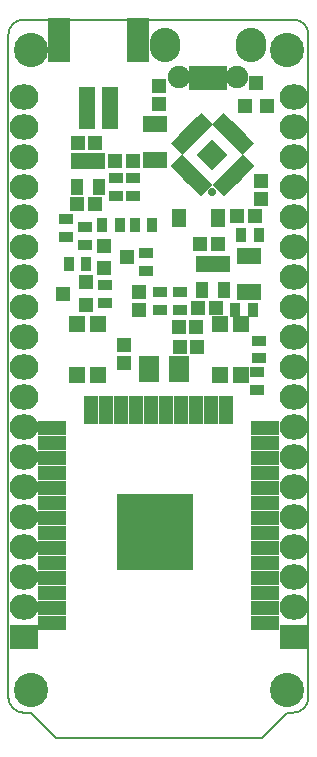
<source format=gbr>
G04 #@! TF.FileFunction,Soldermask,Top*
%FSLAX46Y46*%
G04 Gerber Fmt 4.6, Leading zero omitted, Abs format (unit mm)*
G04 Created by KiCad (PCBNEW (2015-01-16 BZR 5376)-product) date 01-May-17 6:34:46 PM*
%MOMM*%
G01*
G04 APERTURE LIST*
%ADD10C,0.100000*%
%ADD11C,0.150000*%
%ADD12R,1.310000X1.620000*%
%ADD13R,1.150000X1.200000*%
%ADD14R,1.200000X1.150000*%
%ADD15R,1.395680X3.600000*%
%ADD16R,1.398220X3.600000*%
%ADD17R,1.898600X3.798520*%
%ADD18R,1.898600X3.795980*%
%ADD19R,2.432000X2.127200*%
%ADD20O,2.432000X2.127200*%
%ADD21R,1.300000X0.900000*%
%ADD22R,0.900000X1.300000*%
%ADD23C,2.900000*%
%ADD24R,1.197560X1.197560*%
%ADD25R,1.050000X1.460000*%
%ADD26R,1.200100X1.200100*%
%ADD27R,2.000000X1.400000*%
%ADD28R,0.800000X2.000000*%
%ADD29C,1.900000*%
%ADD30O,2.600000X2.900000*%
%ADD31R,2.400000X1.300000*%
%ADD32R,1.300000X2.400000*%
%ADD33R,6.400000X6.400000*%
%ADD34R,1.400760X1.400760*%
%ADD35R,1.800000X2.300000*%
%ADD36C,0.699720*%
G04 APERTURE END LIST*
D10*
D11*
X98806000Y-128143000D02*
X99060000Y-127889000D01*
X81407000Y-128143000D02*
X98806000Y-128143000D01*
X81153000Y-127889000D02*
X81407000Y-128143000D01*
X77343000Y-124714000D02*
X77343000Y-68580000D01*
X79248000Y-125984000D02*
X78613000Y-125984000D01*
X101473000Y-125984000D02*
X100965000Y-125984000D01*
X102743000Y-68580000D02*
X102743000Y-124714000D01*
X78613000Y-67310000D02*
X101473000Y-67310000D01*
X78613000Y-67310000D02*
G75*
G03X77343000Y-68580000I0J-1270000D01*
G01*
X102743000Y-68580000D02*
G75*
G03X101473000Y-67310000I-1270000J0D01*
G01*
X101473000Y-125984000D02*
G75*
G03X102743000Y-124714000I0J1270000D01*
G01*
X77343000Y-124714000D02*
G75*
G03X78613000Y-125984000I1270000J0D01*
G01*
X81153000Y-127889000D02*
X79248000Y-125984000D01*
X100965000Y-125984000D02*
X99060000Y-127889000D01*
D12*
X95056200Y-84074000D03*
X91786200Y-84074000D03*
D13*
X98704400Y-82487200D03*
X98704400Y-80987200D03*
D14*
X83133500Y-82931000D03*
X84633500Y-82931000D03*
D15*
X85963760Y-74803000D03*
D16*
X83962240Y-74803000D03*
D17*
X88308180Y-69054980D03*
D18*
X81615280Y-69054980D03*
D19*
X78622721Y-119577474D03*
D20*
X78622721Y-117037474D03*
X78622721Y-114497474D03*
X78622721Y-111957474D03*
X78622721Y-109417474D03*
X78622721Y-106877474D03*
X78622721Y-104337474D03*
X78622721Y-101797474D03*
X78622721Y-99257474D03*
X78622721Y-96717474D03*
X78622721Y-94177474D03*
X78622721Y-91637474D03*
X78622721Y-89097474D03*
X78622721Y-86557474D03*
X78622721Y-84017474D03*
X78622721Y-81477474D03*
X78622721Y-78937474D03*
X78622721Y-76397474D03*
X78622721Y-73857474D03*
D19*
X101482721Y-119577474D03*
D20*
X101482721Y-117037474D03*
X101482721Y-114497474D03*
X101482721Y-111957474D03*
X101482721Y-109417474D03*
X101482721Y-106877474D03*
X101482721Y-104337474D03*
X101482721Y-101797474D03*
X101482721Y-99257474D03*
X101482721Y-96717474D03*
X101482721Y-94177474D03*
X101482721Y-91637474D03*
X101482721Y-89097474D03*
X101482721Y-86557474D03*
X101482721Y-84017474D03*
X101482721Y-81477474D03*
X101482721Y-78937474D03*
X101482721Y-76397474D03*
X101482721Y-73857474D03*
D21*
X82232500Y-85713000D03*
X82232500Y-84213000D03*
D22*
X88023000Y-84709000D03*
X89523000Y-84709000D03*
D23*
X79248000Y-69850000D03*
X100901500Y-69850000D03*
X79232320Y-124098674D03*
X100923919Y-124098675D03*
D24*
X87871300Y-79311500D03*
X86372700Y-79311500D03*
X90068400Y-74434700D03*
X90068400Y-72936100D03*
X93240420Y-93313875D03*
X91741820Y-93313875D03*
D25*
X85024000Y-79291000D03*
X84074000Y-79291000D03*
X83124000Y-79291000D03*
X83124000Y-81491000D03*
X85024000Y-81491000D03*
D26*
X97348000Y-74660760D03*
X99248000Y-74660760D03*
X98298000Y-72661780D03*
D25*
X95625519Y-87997475D03*
X94675519Y-87997475D03*
X93725519Y-87997475D03*
X93725519Y-90197475D03*
X95625519Y-90197475D03*
D26*
X85394360Y-86471074D03*
X85394360Y-88371074D03*
X87393340Y-87421074D03*
X83941480Y-91469874D03*
X83941480Y-89569874D03*
X81942500Y-90519874D03*
D22*
X98540000Y-85547200D03*
X97040000Y-85547200D03*
D21*
X86423500Y-80720500D03*
X86423500Y-82220500D03*
X91881520Y-90379475D03*
X91881520Y-91879475D03*
X87884000Y-82220500D03*
X87884000Y-80720500D03*
D22*
X82444720Y-87979875D03*
X83944720Y-87979875D03*
D21*
X85531520Y-91269874D03*
X85531520Y-89769874D03*
D22*
X98067120Y-91891475D03*
X96567120Y-91891475D03*
X85292500Y-84709000D03*
X86792500Y-84709000D03*
D21*
X89027000Y-87070500D03*
X89027000Y-88570500D03*
X83855120Y-84893075D03*
X83855120Y-86393075D03*
X98552000Y-94500000D03*
X98552000Y-96000000D03*
D14*
X83197000Y-77787500D03*
X84697000Y-77787500D03*
X93569920Y-86303475D03*
X95069920Y-86303475D03*
X96684400Y-83921600D03*
X98184400Y-83921600D03*
X94917521Y-91739074D03*
X93417521Y-91739074D03*
D27*
X97672720Y-90343474D03*
X97672720Y-87343474D03*
D14*
X91842719Y-94990275D03*
X93342719Y-94990275D03*
D13*
X88427120Y-90379475D03*
X88427120Y-91879475D03*
X87157120Y-96349875D03*
X87157120Y-94849875D03*
D21*
X98425000Y-98667000D03*
X98425000Y-97167000D03*
X90154320Y-91879475D03*
X90154320Y-90379475D03*
D28*
X95534000Y-72236000D03*
X94884000Y-72236000D03*
X94234000Y-72236000D03*
X93584000Y-72236000D03*
X92934000Y-72236000D03*
D29*
X96659000Y-72136000D03*
D30*
X97859000Y-69486000D03*
D29*
X91809000Y-72136000D03*
D30*
X90609000Y-69486000D03*
D31*
X99052721Y-118375875D03*
X99052721Y-117105875D03*
X99052721Y-115835875D03*
X99052721Y-114565875D03*
X99052721Y-113295875D03*
X99052721Y-112025875D03*
X99052721Y-110755875D03*
X99052721Y-109485875D03*
X99052721Y-108215875D03*
X99052721Y-106945875D03*
X99052721Y-105675875D03*
X99052721Y-104405875D03*
X99052721Y-103135875D03*
X99052721Y-101865875D03*
X81052721Y-118375875D03*
X81052721Y-101865875D03*
X81052721Y-103135875D03*
X81052721Y-104405875D03*
X81052721Y-105675875D03*
X81052721Y-106945875D03*
X81052721Y-108215875D03*
X81052721Y-109485875D03*
X81052721Y-110755875D03*
X81052721Y-112025875D03*
X81052721Y-113295875D03*
X81052721Y-114565875D03*
X81052721Y-115835875D03*
X81052721Y-117105875D03*
D32*
X95767721Y-100375875D03*
X94482721Y-100375875D03*
X93227721Y-100375875D03*
X91957721Y-100375875D03*
X90687721Y-100375875D03*
X89417721Y-100375875D03*
X88147721Y-100375875D03*
X86877721Y-100375875D03*
X85607721Y-100375875D03*
X84337721Y-100375875D03*
D33*
X89752721Y-110675875D03*
D34*
X97048720Y-93044275D03*
X95248720Y-97444275D03*
X95248720Y-93044275D03*
X97048720Y-97444275D03*
X83107520Y-97444275D03*
X84907520Y-93044275D03*
X84907520Y-97444275D03*
X83107520Y-93044275D03*
D35*
X91760720Y-96920675D03*
X89239920Y-96920675D03*
D27*
X89747920Y-79167476D03*
X89747920Y-76167476D03*
D10*
G36*
X98162166Y-79717950D02*
X97715883Y-80164233D01*
X96725396Y-79173746D01*
X97171679Y-78727463D01*
X98162166Y-79717950D01*
X98162166Y-79717950D01*
G37*
G36*
X97808344Y-80071772D02*
X97362061Y-80518055D01*
X96371574Y-79527568D01*
X96817857Y-79081285D01*
X97808344Y-80071772D01*
X97808344Y-80071772D01*
G37*
G36*
X97454521Y-80425594D02*
X97008238Y-80871877D01*
X96017751Y-79881390D01*
X96464034Y-79435107D01*
X97454521Y-80425594D01*
X97454521Y-80425594D01*
G37*
G36*
X97100699Y-80779416D02*
X96654416Y-81225699D01*
X95663929Y-80235212D01*
X96110212Y-79788929D01*
X97100699Y-80779416D01*
X97100699Y-80779416D01*
G37*
G36*
X96746877Y-81133238D02*
X96300594Y-81579521D01*
X95310107Y-80589034D01*
X95756390Y-80142751D01*
X96746877Y-81133238D01*
X96746877Y-81133238D01*
G37*
G36*
X96393055Y-81487061D02*
X95946772Y-81933344D01*
X94956285Y-80942857D01*
X95402568Y-80496574D01*
X96393055Y-81487061D01*
X96393055Y-81487061D01*
G37*
G36*
X96039233Y-81840883D02*
X95592950Y-82287166D01*
X94602463Y-81296679D01*
X95048746Y-80850396D01*
X96039233Y-81840883D01*
X96039233Y-81840883D01*
G37*
G36*
X94627537Y-81296679D02*
X93637050Y-82287166D01*
X93190767Y-81840883D01*
X94181254Y-80850396D01*
X94627537Y-81296679D01*
X94627537Y-81296679D01*
G37*
G36*
X94273715Y-80942857D02*
X93283228Y-81933344D01*
X92836945Y-81487061D01*
X93827432Y-80496574D01*
X94273715Y-80942857D01*
X94273715Y-80942857D01*
G37*
G36*
X93919893Y-80589034D02*
X92929406Y-81579521D01*
X92483123Y-81133238D01*
X93473610Y-80142751D01*
X93919893Y-80589034D01*
X93919893Y-80589034D01*
G37*
G36*
X93566071Y-80235212D02*
X92575584Y-81225699D01*
X92129301Y-80779416D01*
X93119788Y-79788929D01*
X93566071Y-80235212D01*
X93566071Y-80235212D01*
G37*
G36*
X93212249Y-79881390D02*
X92221762Y-80871877D01*
X91775479Y-80425594D01*
X92765966Y-79435107D01*
X93212249Y-79881390D01*
X93212249Y-79881390D01*
G37*
G36*
X92858426Y-79527568D02*
X91867939Y-80518055D01*
X91421656Y-80071772D01*
X92412143Y-79081285D01*
X92858426Y-79527568D01*
X92858426Y-79527568D01*
G37*
G36*
X92504604Y-79173746D02*
X91514117Y-80164233D01*
X91067834Y-79717950D01*
X92058321Y-78727463D01*
X92504604Y-79173746D01*
X92504604Y-79173746D01*
G37*
G36*
X92504604Y-78306254D02*
X92058321Y-78752537D01*
X91067834Y-77762050D01*
X91514117Y-77315767D01*
X92504604Y-78306254D01*
X92504604Y-78306254D01*
G37*
G36*
X92858426Y-77952432D02*
X92412143Y-78398715D01*
X91421656Y-77408228D01*
X91867939Y-76961945D01*
X92858426Y-77952432D01*
X92858426Y-77952432D01*
G37*
G36*
X93212249Y-77598610D02*
X92765966Y-78044893D01*
X91775479Y-77054406D01*
X92221762Y-76608123D01*
X93212249Y-77598610D01*
X93212249Y-77598610D01*
G37*
G36*
X93566071Y-77244788D02*
X93119788Y-77691071D01*
X92129301Y-76700584D01*
X92575584Y-76254301D01*
X93566071Y-77244788D01*
X93566071Y-77244788D01*
G37*
G36*
X93919893Y-76890966D02*
X93473610Y-77337249D01*
X92483123Y-76346762D01*
X92929406Y-75900479D01*
X93919893Y-76890966D01*
X93919893Y-76890966D01*
G37*
G36*
X94273715Y-76537143D02*
X93827432Y-76983426D01*
X92836945Y-75992939D01*
X93283228Y-75546656D01*
X94273715Y-76537143D01*
X94273715Y-76537143D01*
G37*
G36*
X94627537Y-76183321D02*
X94181254Y-76629604D01*
X93190767Y-75639117D01*
X93637050Y-75192834D01*
X94627537Y-76183321D01*
X94627537Y-76183321D01*
G37*
G36*
X96039233Y-75639117D02*
X95048746Y-76629604D01*
X94602463Y-76183321D01*
X95592950Y-75192834D01*
X96039233Y-75639117D01*
X96039233Y-75639117D01*
G37*
G36*
X96393055Y-75992939D02*
X95402568Y-76983426D01*
X94956285Y-76537143D01*
X95946772Y-75546656D01*
X96393055Y-75992939D01*
X96393055Y-75992939D01*
G37*
G36*
X96746877Y-76346762D02*
X95756390Y-77337249D01*
X95310107Y-76890966D01*
X96300594Y-75900479D01*
X96746877Y-76346762D01*
X96746877Y-76346762D01*
G37*
G36*
X97100699Y-76700584D02*
X96110212Y-77691071D01*
X95663929Y-77244788D01*
X96654416Y-76254301D01*
X97100699Y-76700584D01*
X97100699Y-76700584D01*
G37*
G36*
X97454521Y-77054406D02*
X96464034Y-78044893D01*
X96017751Y-77598610D01*
X97008238Y-76608123D01*
X97454521Y-77054406D01*
X97454521Y-77054406D01*
G37*
G36*
X97808344Y-77408228D02*
X96817857Y-78398715D01*
X96371574Y-77952432D01*
X97362061Y-76961945D01*
X97808344Y-77408228D01*
X97808344Y-77408228D01*
G37*
G36*
X98162166Y-77762050D02*
X97171679Y-78752537D01*
X96725396Y-78306254D01*
X97715883Y-77315767D01*
X98162166Y-77762050D01*
X98162166Y-77762050D01*
G37*
G36*
X95959309Y-78740000D02*
X94615000Y-80084309D01*
X93270691Y-78740000D01*
X94615000Y-77395691D01*
X95959309Y-78740000D01*
X95959309Y-78740000D01*
G37*
D36*
X94615000Y-81922603D03*
M02*

</source>
